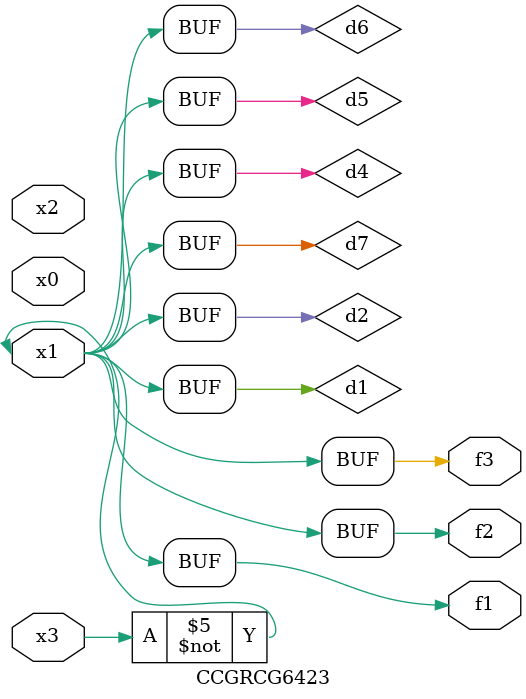
<source format=v>
module CCGRCG6423(
	input x0, x1, x2, x3,
	output f1, f2, f3
);

	wire d1, d2, d3, d4, d5, d6, d7;

	not (d1, x3);
	buf (d2, x1);
	xnor (d3, d1, d2);
	nor (d4, d1);
	buf (d5, d1, d2);
	buf (d6, d4, d5);
	nand (d7, d4);
	assign f1 = d6;
	assign f2 = d7;
	assign f3 = d6;
endmodule

</source>
